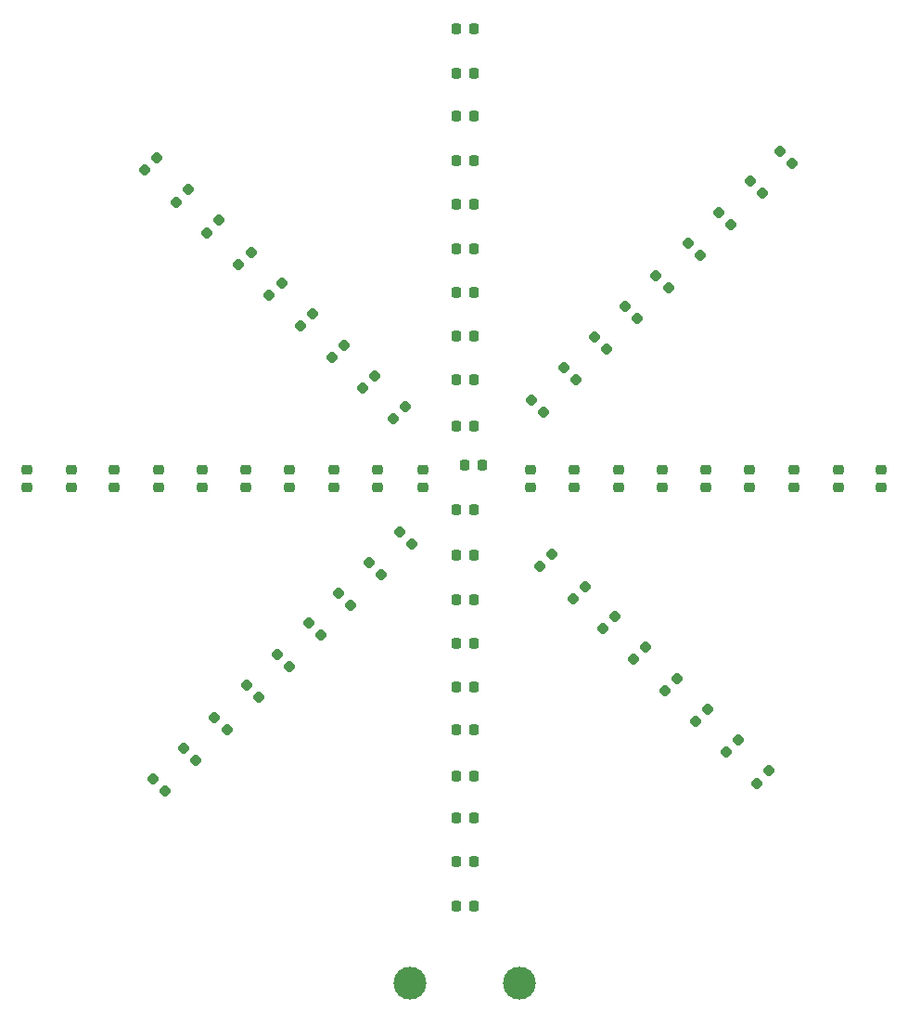
<source format=gts>
G04 #@! TF.GenerationSoftware,KiCad,Pcbnew,9.0.2-9.0.2-0~ubuntu24.04.1*
G04 #@! TF.CreationDate,2025-06-27T06:42:29-07:00*
G04 #@! TF.ProjectId,2025-flex-spiral-two,32303235-2d66-46c6-9578-2d7370697261,Jul2025*
G04 #@! TF.SameCoordinates,Original*
G04 #@! TF.FileFunction,Soldermask,Top*
G04 #@! TF.FilePolarity,Negative*
%FSLAX46Y46*%
G04 Gerber Fmt 4.6, Leading zero omitted, Abs format (unit mm)*
G04 Created by KiCad (PCBNEW 9.0.2-9.0.2-0~ubuntu24.04.1) date 2025-06-27 06:42:29*
%MOMM*%
%LPD*%
G01*
G04 APERTURE LIST*
G04 Aperture macros list*
%AMRoundRect*
0 Rectangle with rounded corners*
0 $1 Rounding radius*
0 $2 $3 $4 $5 $6 $7 $8 $9 X,Y pos of 4 corners*
0 Add a 4 corners polygon primitive as box body*
4,1,4,$2,$3,$4,$5,$6,$7,$8,$9,$2,$3,0*
0 Add four circle primitives for the rounded corners*
1,1,$1+$1,$2,$3*
1,1,$1+$1,$4,$5*
1,1,$1+$1,$6,$7*
1,1,$1+$1,$8,$9*
0 Add four rect primitives between the rounded corners*
20,1,$1+$1,$2,$3,$4,$5,0*
20,1,$1+$1,$4,$5,$6,$7,0*
20,1,$1+$1,$6,$7,$8,$9,0*
20,1,$1+$1,$8,$9,$2,$3,0*%
G04 Aperture macros list end*
%ADD10RoundRect,0.218750X-0.026517X0.335876X-0.335876X0.026517X0.026517X-0.335876X0.335876X-0.026517X0*%
%ADD11RoundRect,0.218750X0.218750X0.256250X-0.218750X0.256250X-0.218750X-0.256250X0.218750X-0.256250X0*%
%ADD12RoundRect,0.218750X-0.256250X0.218750X-0.256250X-0.218750X0.256250X-0.218750X0.256250X0.218750X0*%
%ADD13RoundRect,0.218750X0.256250X-0.218750X0.256250X0.218750X-0.256250X0.218750X-0.256250X-0.218750X0*%
%ADD14RoundRect,0.218750X0.026517X-0.335876X0.335876X-0.026517X-0.026517X0.335876X-0.335876X0.026517X0*%
%ADD15RoundRect,0.218750X-0.335876X-0.026517X-0.026517X-0.335876X0.335876X0.026517X0.026517X0.335876X0*%
%ADD16RoundRect,0.218750X-0.218750X-0.256250X0.218750X-0.256250X0.218750X0.256250X-0.218750X0.256250X0*%
%ADD17RoundRect,0.218750X0.335876X0.026517X0.026517X0.335876X-0.335876X-0.026517X-0.026517X-0.335876X0*%
%ADD18C,3.000000*%
G04 APERTURE END LIST*
D10*
G04 #@! TO.C,D29*
X113656847Y-112543153D03*
X112543153Y-113656847D03*
G04 #@! TD*
D11*
G04 #@! TO.C,D6*
X100787501Y-107000000D03*
X99212499Y-107000000D03*
G04 #@! TD*
D12*
G04 #@! TO.C,D36*
X122000000Y-99212499D03*
X122000000Y-100787501D03*
G04 #@! TD*
D13*
G04 #@! TO.C,D32*
X80000000Y-100787501D03*
X80000000Y-99212499D03*
G04 #@! TD*
D11*
G04 #@! TO.C,D62*
X100787501Y-134900000D03*
X99212499Y-134900000D03*
G04 #@! TD*
D14*
G04 #@! TO.C,D49*
X79343153Y-80456847D03*
X80456847Y-79343153D03*
G04 #@! TD*
D15*
G04 #@! TO.C,D27*
X111843153Y-87043153D03*
X112956847Y-88156847D03*
G04 #@! TD*
D12*
G04 #@! TO.C,D12*
X110000000Y-99212499D03*
X110000000Y-100787501D03*
G04 #@! TD*
D10*
G04 #@! TO.C,D21*
X110956847Y-109843153D03*
X109843153Y-110956847D03*
G04 #@! TD*
D14*
G04 #@! TO.C,D73*
X70743153Y-71856847D03*
X71856847Y-70743153D03*
G04 #@! TD*
D15*
G04 #@! TO.C,D35*
X114643153Y-84243153D03*
X115756847Y-85356847D03*
G04 #@! TD*
D12*
G04 #@! TO.C,D28*
X118000000Y-99212499D03*
X118000000Y-100787501D03*
G04 #@! TD*
D14*
G04 #@! TO.C,D25*
X87843153Y-88956847D03*
X88956847Y-87843153D03*
G04 #@! TD*
D13*
G04 #@! TO.C,D56*
X68000000Y-100787501D03*
X68000000Y-99212499D03*
G04 #@! TD*
D11*
G04 #@! TO.C,D38*
X100787501Y-122900000D03*
X99212499Y-122900000D03*
G04 #@! TD*
D13*
G04 #@! TO.C,D48*
X72000000Y-100787501D03*
X72000000Y-99212499D03*
G04 #@! TD*
D14*
G04 #@! TO.C,D33*
X84943153Y-86056847D03*
X86056847Y-84943153D03*
G04 #@! TD*
D16*
G04 #@! TO.C,D1*
X99962500Y-98750000D03*
X101537500Y-98750000D03*
G04 #@! TD*
D15*
G04 #@! TO.C,D51*
X120343153Y-78543153D03*
X121456847Y-79656847D03*
G04 #@! TD*
D16*
G04 #@! TO.C,D10*
X99212500Y-91000000D03*
X100787500Y-91000000D03*
G04 #@! TD*
D17*
G04 #@! TO.C,D71*
X72656847Y-128456847D03*
X71543153Y-127343153D03*
G04 #@! TD*
D11*
G04 #@! TO.C,D2*
X100787501Y-102800000D03*
X99212499Y-102800000D03*
G04 #@! TD*
D12*
G04 #@! TO.C,D20*
X114000000Y-99212499D03*
X114000000Y-100787501D03*
G04 #@! TD*
D16*
G04 #@! TO.C,D58*
X99212500Y-66900000D03*
X100787500Y-66900000D03*
G04 #@! TD*
D17*
G04 #@! TO.C,D31*
X86856847Y-114256847D03*
X85743153Y-113143153D03*
G04 #@! TD*
D15*
G04 #@! TO.C,D59*
X123143153Y-75743153D03*
X124256847Y-76856847D03*
G04 #@! TD*
D16*
G04 #@! TO.C,D74*
X99212500Y-59000000D03*
X100787500Y-59000000D03*
G04 #@! TD*
G04 #@! TO.C,D42*
X99212500Y-75000000D03*
X100787500Y-75000000D03*
G04 #@! TD*
D15*
G04 #@! TO.C,D43*
X117443153Y-81443153D03*
X118556847Y-82556847D03*
G04 #@! TD*
D11*
G04 #@! TO.C,D70*
X100787501Y-139000000D03*
X99212499Y-139000000D03*
G04 #@! TD*
D18*
G04 #@! TO.C,TP1*
X105000000Y-146000000D03*
G04 #@! TD*
D16*
G04 #@! TO.C,D34*
X99212500Y-79000000D03*
X100787500Y-79000000D03*
G04 #@! TD*
D10*
G04 #@! TO.C,D53*
X122156847Y-121043153D03*
X121043153Y-122156847D03*
G04 #@! TD*
D12*
G04 #@! TO.C,D60*
X134100000Y-99212499D03*
X134100000Y-100787501D03*
G04 #@! TD*
D13*
G04 #@! TO.C,D72*
X60000000Y-100787501D03*
X60000000Y-99212499D03*
G04 #@! TD*
D16*
G04 #@! TO.C,D26*
X99212500Y-83000000D03*
X100787500Y-83000000D03*
G04 #@! TD*
D13*
G04 #@! TO.C,D16*
X88000000Y-100787501D03*
X88000000Y-99212499D03*
G04 #@! TD*
G04 #@! TO.C,D24*
X84000000Y-100787501D03*
X84000000Y-99212499D03*
G04 #@! TD*
D11*
G04 #@! TO.C,D22*
X100787501Y-115000000D03*
X99212499Y-115000000D03*
G04 #@! TD*
D17*
G04 #@! TO.C,D63*
X75456847Y-125656847D03*
X74343153Y-124543153D03*
G04 #@! TD*
G04 #@! TO.C,D7*
X95156847Y-105956847D03*
X94043153Y-104843153D03*
G04 #@! TD*
D14*
G04 #@! TO.C,D57*
X76443153Y-77556847D03*
X77556847Y-76443153D03*
G04 #@! TD*
D16*
G04 #@! TO.C,D4*
X99212500Y-95200000D03*
X100787500Y-95200000D03*
G04 #@! TD*
D10*
G04 #@! TO.C,D45*
X119356847Y-118243153D03*
X118243153Y-119356847D03*
G04 #@! TD*
D14*
G04 #@! TO.C,D41*
X82143153Y-83256847D03*
X83256847Y-82143153D03*
G04 #@! TD*
D17*
G04 #@! TO.C,D55*
X78256847Y-122856847D03*
X77143153Y-121743153D03*
G04 #@! TD*
D16*
G04 #@! TO.C,D50*
X99212500Y-71000000D03*
X100787500Y-71000000D03*
G04 #@! TD*
D11*
G04 #@! TO.C,D54*
X100787501Y-130900000D03*
X99212499Y-130900000D03*
G04 #@! TD*
D10*
G04 #@! TO.C,D37*
X116456847Y-115343153D03*
X115343153Y-116456847D03*
G04 #@! TD*
D14*
G04 #@! TO.C,D17*
X90643153Y-91756847D03*
X91756847Y-90643153D03*
G04 #@! TD*
D13*
G04 #@! TO.C,D64*
X64100000Y-100787501D03*
X64100000Y-99212499D03*
G04 #@! TD*
D15*
G04 #@! TO.C,D75*
X128743153Y-70143153D03*
X129856847Y-71256847D03*
G04 #@! TD*
D16*
G04 #@! TO.C,D66*
X99212500Y-63000000D03*
X100787500Y-63000000D03*
G04 #@! TD*
D17*
G04 #@! TO.C,D23*
X89556847Y-111556847D03*
X88443153Y-110443153D03*
G04 #@! TD*
D16*
G04 #@! TO.C,D18*
X99212500Y-87000000D03*
X100787500Y-87000000D03*
G04 #@! TD*
D13*
G04 #@! TO.C,D40*
X76000000Y-100787501D03*
X76000000Y-99212499D03*
G04 #@! TD*
D15*
G04 #@! TO.C,D11*
X106043153Y-92843153D03*
X107156847Y-93956847D03*
G04 #@! TD*
D18*
G04 #@! TO.C,TP2*
X95000000Y-146000000D03*
G04 #@! TD*
D10*
G04 #@! TO.C,D13*
X107956847Y-106843153D03*
X106843153Y-107956847D03*
G04 #@! TD*
D12*
G04 #@! TO.C,D44*
X126000000Y-99212499D03*
X126000000Y-100787501D03*
G04 #@! TD*
D15*
G04 #@! TO.C,D67*
X126043153Y-72843153D03*
X127156847Y-73956847D03*
G04 #@! TD*
D12*
G04 #@! TO.C,D5*
X106000000Y-99212499D03*
X106000000Y-100787501D03*
G04 #@! TD*
G04 #@! TO.C,D68*
X138000000Y-99212499D03*
X138000000Y-100787501D03*
G04 #@! TD*
D17*
G04 #@! TO.C,D39*
X83956847Y-117156847D03*
X82843153Y-116043153D03*
G04 #@! TD*
D13*
G04 #@! TO.C,D3*
X96200000Y-100787500D03*
X96200000Y-99212500D03*
G04 #@! TD*
D11*
G04 #@! TO.C,D30*
X100787501Y-119000000D03*
X99212499Y-119000000D03*
G04 #@! TD*
D10*
G04 #@! TO.C,D69*
X127756847Y-126643153D03*
X126643153Y-127756847D03*
G04 #@! TD*
D13*
G04 #@! TO.C,D8*
X92000000Y-100787501D03*
X92000000Y-99212499D03*
G04 #@! TD*
D17*
G04 #@! TO.C,D15*
X92356847Y-108756847D03*
X91243153Y-107643153D03*
G04 #@! TD*
D12*
G04 #@! TO.C,D52*
X130000000Y-99212499D03*
X130000000Y-100787501D03*
G04 #@! TD*
D14*
G04 #@! TO.C,D9*
X93443153Y-94556847D03*
X94556847Y-93443153D03*
G04 #@! TD*
D15*
G04 #@! TO.C,D19*
X109043153Y-89843153D03*
X110156847Y-90956847D03*
G04 #@! TD*
D14*
G04 #@! TO.C,D65*
X73643153Y-74756847D03*
X74756847Y-73643153D03*
G04 #@! TD*
D11*
G04 #@! TO.C,D14*
X100787501Y-111000000D03*
X99212499Y-111000000D03*
G04 #@! TD*
G04 #@! TO.C,D46*
X100787501Y-127100000D03*
X99212499Y-127100000D03*
G04 #@! TD*
D10*
G04 #@! TO.C,D61*
X124956847Y-123843153D03*
X123843153Y-124956847D03*
G04 #@! TD*
D17*
G04 #@! TO.C,D47*
X81156847Y-119956847D03*
X80043153Y-118843153D03*
G04 #@! TD*
M02*

</source>
